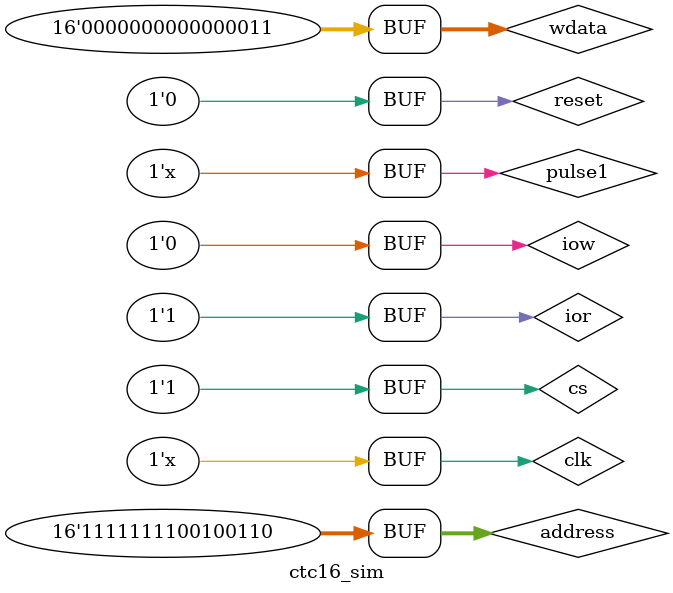
<source format=v>
`timescale 1ns / 1ps

module ctc16_sim();
reg clk = 1;
reg[15:0] wdata=0;
reg cs=0;
reg reset=0;
reg pulse1=1;
reg[15:0] address=0;
reg iow=0;
reg ior=0;

wire [15:0] rdata;
wire cout1;

ctc16 ctc(
		.CLK(clk),
		.CS(cs),
		.Reset(reset),
		.wdata(wdata),
		.pulse1(pulse1),
		.address(address),
		.IOW(iow),
		.IOR(ior),
		.rdata(rdata),
		.COUT1(cout1)
	);

initial
	begin
    //循环定时，2个clock输出一个时钟低电平
    #100 cs=1;
    // #10 address=16'hff26;//写初值寄存器
    // #10 wdata=16'h0003;
    // #10 iow=1;
    // #10 iow=0;
    // #10 address=16'hff22;//写方式寄存器
    // #10 wdata=16'h0002;
    // #10 iow=1;
    // #10 iow=0;
    // //非循环定时3个clk输出一个低电平
    // #90 address=16'hff26;
    // #10 wdata=16'h0004;
    // #10 iow=1;
    // #10 iow=0;
    // #10 address=16'hff22;
    // #10 wdata=16'h0000;
    // #10 iow=1;
    // #10 iow=0;
    //循环计数
    // #60 reset=1;
    // #10 reset=0;
    #10 address=16'hff26;//写初值寄存器
    #10 wdata=16'h0004;
    #10 iow=1;
    #10 iow=0;
    #10 address=16'hff22;//写方式寄存器
    #10 wdata=16'h0003;
    #10 iow=1;
    #10 iow=0;
    #10 address=16'hff26;
    #20 ior=1;
    // #10 ior=0;


	end



always #5 clk=~clk;
always #10 pulse1=~pulse1;

endmodule
</source>
